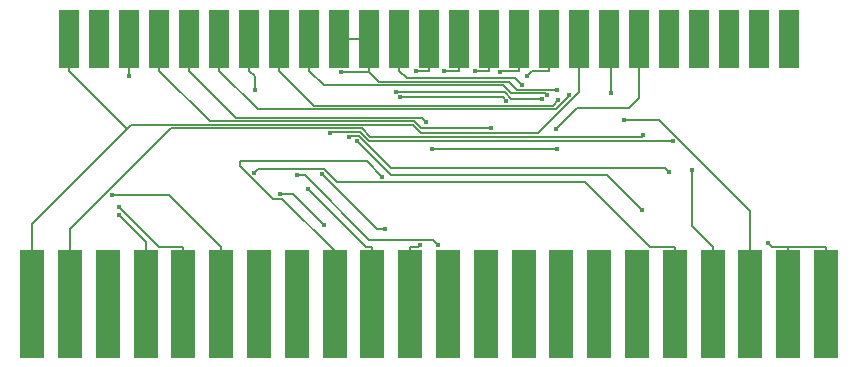
<source format=gtl>
G04 #@! TF.GenerationSoftware,KiCad,Pcbnew,(5.1.7)-1*
G04 #@! TF.CreationDate,2023-02-17T11:25:34-08:00*
G04 #@! TF.ProjectId,sms2mk3,736d7332-6d6b-4332-9e6b-696361645f70,rev?*
G04 #@! TF.SameCoordinates,Original*
G04 #@! TF.FileFunction,Copper,L1,Top*
G04 #@! TF.FilePolarity,Positive*
%FSLAX46Y46*%
G04 Gerber Fmt 4.6, Leading zero omitted, Abs format (unit mm)*
G04 Created by KiCad (PCBNEW (5.1.7)-1) date 2023-02-17 11:25:34*
%MOMM*%
%LPD*%
G01*
G04 APERTURE LIST*
G04 #@! TA.AperFunction,SMDPad,CuDef*
%ADD10R,1.750000X5.000000*%
G04 #@! TD*
G04 #@! TA.AperFunction,SMDPad,CuDef*
%ADD11R,2.000000X9.200000*%
G04 #@! TD*
G04 #@! TA.AperFunction,ViaPad*
%ADD12C,0.381000*%
G04 #@! TD*
G04 #@! TA.AperFunction,Conductor*
%ADD13C,0.152400*%
G04 #@! TD*
G04 APERTURE END LIST*
D10*
X204735000Y-90180000D03*
X202195000Y-90180000D03*
X199655000Y-90180000D03*
X197115000Y-90180000D03*
X194575000Y-90180000D03*
X192035000Y-90180000D03*
X189495000Y-90180000D03*
X186955000Y-90180000D03*
X184415000Y-90180000D03*
X181875000Y-90180000D03*
X179335000Y-90180000D03*
X176795000Y-90180000D03*
X174255000Y-90180000D03*
X171715000Y-90180000D03*
X169175000Y-90180000D03*
X166635000Y-90180000D03*
X164095000Y-90180000D03*
X161555000Y-90180000D03*
X159015000Y-90180000D03*
X156475000Y-90180000D03*
X153935000Y-90180000D03*
X151395000Y-90180000D03*
X148855000Y-90180000D03*
X146315000Y-90180000D03*
X143775000Y-90180000D03*
D11*
X207850000Y-112650000D03*
X204650000Y-112650000D03*
X201450000Y-112650000D03*
X198250000Y-112650000D03*
X195050000Y-112650000D03*
X191850000Y-112650000D03*
X188650000Y-112650000D03*
X185450000Y-112650000D03*
X182250000Y-112650000D03*
X179050000Y-112650000D03*
X175850000Y-112650000D03*
X172650000Y-112650000D03*
X169450000Y-112650000D03*
X166250000Y-112650000D03*
X163050000Y-112650000D03*
X159850000Y-112650000D03*
X156650000Y-112650000D03*
X153450000Y-112650000D03*
X150250000Y-112650000D03*
X147050000Y-112650000D03*
X143850000Y-112650000D03*
X140650000Y-112650000D03*
D12*
X165901400Y-98214300D03*
X194883500Y-98812900D03*
X185155800Y-95413600D03*
X167503800Y-98522400D03*
X194591700Y-101487000D03*
X184224600Y-94948100D03*
X168106700Y-98823700D03*
X192287000Y-104692700D03*
X171433400Y-94726700D03*
X183784800Y-95263300D03*
X182083400Y-94082700D03*
X171819800Y-95146100D03*
X180757000Y-95434900D03*
X179481000Y-97720200D03*
X182536200Y-93344200D03*
X163035800Y-101744900D03*
X175017000Y-107657300D03*
X165174400Y-101655600D03*
X170523500Y-106310300D03*
X174003600Y-97271100D03*
X161598500Y-103334100D03*
X165374300Y-105963600D03*
X180293700Y-93028400D03*
X178101600Y-92908900D03*
X175513500Y-92908900D03*
X173109600Y-92908900D03*
X185067000Y-94512200D03*
X202931700Y-107492500D03*
X166805000Y-93029300D03*
X190780000Y-97050000D03*
X189630000Y-94800000D03*
X186106400Y-94973500D03*
X196482600Y-101302800D03*
X159451900Y-101566800D03*
X173444000Y-107698200D03*
X159481100Y-94565300D03*
X164013200Y-102929100D03*
X174500000Y-99500000D03*
X185060000Y-99510000D03*
X184990000Y-97840000D03*
X170290000Y-101898400D03*
X147364800Y-103400100D03*
X148009300Y-104472100D03*
X148855000Y-93328400D03*
X147979300Y-105115200D03*
X192390900Y-98382500D03*
D13*
X165901400Y-98214300D02*
X166016500Y-98099200D01*
X166016500Y-98099200D02*
X168407100Y-98099200D01*
X168407100Y-98099200D02*
X169120800Y-98812900D01*
X169120800Y-98812900D02*
X194883500Y-98812900D01*
X185155800Y-95413600D02*
X184708000Y-95861400D01*
X184708000Y-95861400D02*
X164507500Y-95861400D01*
X164507500Y-95861400D02*
X161555000Y-92908900D01*
X161555000Y-90180000D02*
X161555000Y-92908900D01*
X167503800Y-98522400D02*
X167621900Y-98404300D01*
X167621900Y-98404300D02*
X168280600Y-98404300D01*
X168280600Y-98404300D02*
X171010200Y-101133900D01*
X171010200Y-101133900D02*
X194238600Y-101133900D01*
X194238600Y-101133900D02*
X194591700Y-101487000D01*
X164095000Y-92908900D02*
X165329400Y-94143300D01*
X165329400Y-94143300D02*
X180490200Y-94143300D01*
X180490200Y-94143300D02*
X181174300Y-94827400D01*
X181174300Y-94827400D02*
X184103900Y-94827400D01*
X184103900Y-94827400D02*
X184224600Y-94948100D01*
X164095000Y-90180000D02*
X164095000Y-92908900D01*
X192287000Y-104692700D02*
X189338500Y-101744200D01*
X189338500Y-101744200D02*
X171027200Y-101744200D01*
X171027200Y-101744200D02*
X168106700Y-98823700D01*
X171433400Y-94726700D02*
X180642100Y-94726700D01*
X180642100Y-94726700D02*
X181178700Y-95263300D01*
X181178700Y-95263300D02*
X183784800Y-95263300D01*
X182083400Y-94082700D02*
X181533600Y-93532900D01*
X181533600Y-93532900D02*
X172339000Y-93532900D01*
X172339000Y-93532900D02*
X171715000Y-92908900D01*
X171715000Y-90180000D02*
X171715000Y-92908900D01*
X171819800Y-95146100D02*
X180468200Y-95146100D01*
X180468200Y-95146100D02*
X180757000Y-95434900D01*
X151395000Y-92908900D02*
X155669900Y-97183800D01*
X155669900Y-97183800D02*
X172987600Y-97183800D01*
X172987600Y-97183800D02*
X173524000Y-97720200D01*
X173524000Y-97720200D02*
X179481000Y-97720200D01*
X151395000Y-90180000D02*
X151395000Y-92908900D01*
X184415000Y-92908900D02*
X182971500Y-92908900D01*
X182971500Y-92908900D02*
X182536200Y-93344200D01*
X184415000Y-90180000D02*
X184415000Y-92908900D01*
X175017000Y-107657300D02*
X174597900Y-107238200D01*
X174597900Y-107238200D02*
X169202600Y-107238200D01*
X169202600Y-107238200D02*
X163709300Y-101744900D01*
X163709300Y-101744900D02*
X163035800Y-101744900D01*
X170523500Y-106310300D02*
X169829100Y-106310300D01*
X169829100Y-106310300D02*
X165174400Y-101655600D01*
X153935000Y-90180000D02*
X153935000Y-92908900D01*
X174003600Y-97271100D02*
X173611100Y-96878600D01*
X173611100Y-96878600D02*
X157904700Y-96878600D01*
X157904700Y-96878600D02*
X153935000Y-92908900D01*
X165374300Y-105963600D02*
X162744800Y-103334100D01*
X162744800Y-103334100D02*
X161598500Y-103334100D01*
X180293700Y-93028400D02*
X180413200Y-92908900D01*
X180413200Y-92908900D02*
X181875000Y-92908900D01*
X181875000Y-90180000D02*
X181875000Y-92908900D01*
X179335000Y-92908900D02*
X178101600Y-92908900D01*
X179335000Y-90180000D02*
X179335000Y-92908900D01*
X176795000Y-92908900D02*
X175513500Y-92908900D01*
X176795000Y-90180000D02*
X176795000Y-92908900D01*
X174255000Y-92908900D02*
X173109600Y-92908900D01*
X174255000Y-90180000D02*
X174255000Y-92908900D01*
X204650000Y-107871800D02*
X203311000Y-107871800D01*
X203311000Y-107871800D02*
X202931700Y-107492500D01*
X169175000Y-93029300D02*
X169983800Y-93838100D01*
X169983800Y-93838100D02*
X180989800Y-93838100D01*
X180989800Y-93838100D02*
X181663900Y-94512200D01*
X181663900Y-94512200D02*
X185067000Y-94512200D01*
X169175000Y-93029300D02*
X169175000Y-92908900D01*
X166805000Y-93029300D02*
X169175000Y-93029300D01*
X166635000Y-90180000D02*
X169175000Y-90180000D01*
X169175000Y-90180000D02*
X169175000Y-92908900D01*
X204650000Y-112650000D02*
X204650000Y-107871800D01*
X207152400Y-107871800D02*
X204650000Y-107871800D01*
X207203100Y-107821100D02*
X207152400Y-107871800D01*
X207850000Y-107821100D02*
X207203100Y-107821100D01*
X207850000Y-112650000D02*
X207850000Y-107821100D01*
X193740870Y-97050000D02*
X190780000Y-97050000D01*
X201450000Y-104759130D02*
X193740870Y-97050000D01*
X201450000Y-112650000D02*
X201450000Y-104759130D01*
X189630000Y-90315000D02*
X189495000Y-90180000D01*
X189630000Y-94800000D02*
X189630000Y-90315000D01*
X186106400Y-94973500D02*
X186106400Y-95057900D01*
X186106400Y-95057900D02*
X184979100Y-96185200D01*
X184979100Y-96185200D02*
X159751300Y-96185200D01*
X159751300Y-96185200D02*
X156475000Y-92908900D01*
X198250000Y-107821100D02*
X196482600Y-106053700D01*
X196482600Y-106053700D02*
X196482600Y-101302800D01*
X156475000Y-90180000D02*
X156475000Y-92908900D01*
X198250000Y-112650000D02*
X198250000Y-107821100D01*
X195050000Y-107821100D02*
X192952400Y-107821100D01*
X192952400Y-107821100D02*
X187448800Y-102317500D01*
X187448800Y-102317500D02*
X166429600Y-102317500D01*
X166429600Y-102317500D02*
X165348300Y-101236200D01*
X165348300Y-101236200D02*
X159782500Y-101236200D01*
X159782500Y-101236200D02*
X159451900Y-101566800D01*
X195050000Y-112650000D02*
X195050000Y-107821100D01*
X172650000Y-107821100D02*
X173321100Y-107821100D01*
X173321100Y-107821100D02*
X173444000Y-107698200D01*
X172650000Y-112650000D02*
X172650000Y-107821100D01*
X169450000Y-107821100D02*
X168905200Y-107821100D01*
X168905200Y-107821100D02*
X164013200Y-102929100D01*
X159481100Y-94565300D02*
X159481100Y-93375000D01*
X159481100Y-93375000D02*
X159015000Y-92908900D01*
X169450000Y-112650000D02*
X169450000Y-107821100D01*
X159015000Y-90180000D02*
X159015000Y-92908900D01*
X185050000Y-99500000D02*
X185060000Y-99510000D01*
X174500000Y-99500000D02*
X185050000Y-99500000D01*
X186800000Y-96030000D02*
X191180000Y-96030000D01*
X184990000Y-97840000D02*
X186800000Y-96030000D01*
X161803201Y-103753201D02*
X161018031Y-103753201D01*
X158230000Y-100965170D02*
X158230000Y-100590000D01*
X166250000Y-108200000D02*
X161803201Y-103753201D01*
X166250000Y-112650000D02*
X166250000Y-108200000D01*
X161018031Y-103753201D02*
X158230000Y-100965170D01*
X158230000Y-100590000D02*
X168981600Y-100590000D01*
X168981600Y-100590000D02*
X170290000Y-101898400D01*
X192035000Y-95175000D02*
X191180000Y-96030000D01*
X192035000Y-90180000D02*
X192035000Y-95175000D01*
X156650000Y-112650000D02*
X156650000Y-107821100D01*
X156650000Y-107821100D02*
X152229000Y-103400100D01*
X152229000Y-103400100D02*
X147364800Y-103400100D01*
X153450000Y-107821100D02*
X151358300Y-107821100D01*
X151358300Y-107821100D02*
X148009300Y-104472100D01*
X153450000Y-112650000D02*
X153450000Y-107821100D01*
X148855000Y-93328400D02*
X148855000Y-90180000D01*
X150250000Y-107821100D02*
X150250000Y-107385900D01*
X150250000Y-107385900D02*
X147979300Y-105115200D01*
X150250000Y-112650000D02*
X150250000Y-107821100D01*
X143850000Y-112650000D02*
X143850000Y-106320200D01*
X143850000Y-106320200D02*
X152376100Y-97794100D01*
X152376100Y-97794100D02*
X168533600Y-97794100D01*
X168533600Y-97794100D02*
X169247300Y-98507800D01*
X169247300Y-98507800D02*
X192265600Y-98507800D01*
X192265600Y-98507800D02*
X192390900Y-98382500D01*
X148684600Y-97818500D02*
X149014100Y-97489000D01*
X149014100Y-97489000D02*
X172861300Y-97489000D01*
X172861300Y-97489000D02*
X173575000Y-98202700D01*
X173575000Y-98202700D02*
X183470500Y-98202700D01*
X183470500Y-98202700D02*
X186955000Y-94718200D01*
X186955000Y-94718200D02*
X186955000Y-92908900D01*
X143775000Y-92908900D02*
X148684600Y-97818500D01*
X140650000Y-112650000D02*
X140650000Y-105853100D01*
X140650000Y-105853100D02*
X148684600Y-97818500D01*
X186955000Y-90180000D02*
X186955000Y-92908900D01*
X143775000Y-90180000D02*
X143775000Y-92908900D01*
M02*

</source>
